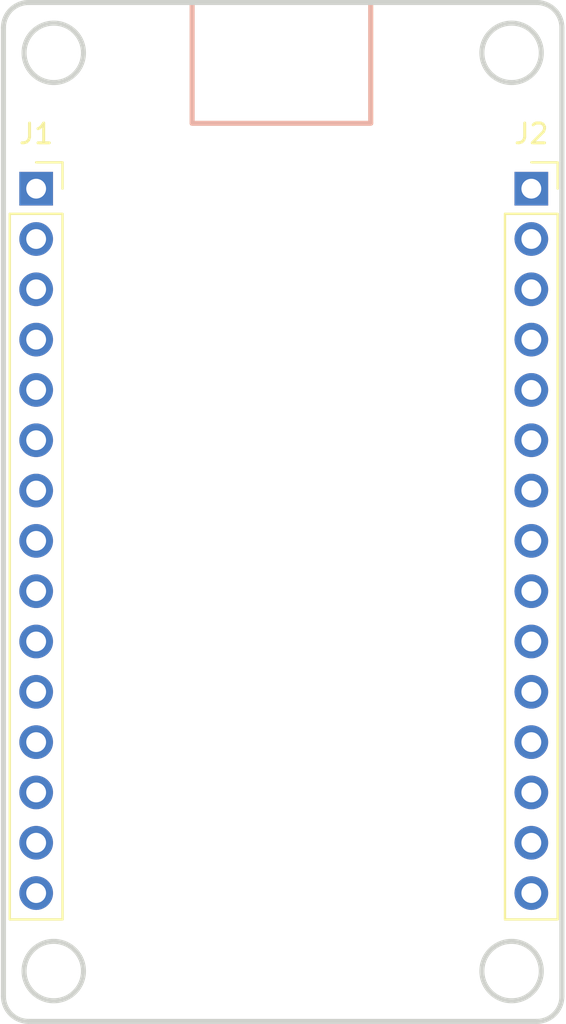
<source format=kicad_pcb>
(kicad_pcb (version 20241229) (generator "pcbnew") (generator_version "9.0")
  (layers (0 "F.Cu" signal) (2 "B.Cu" signal) (13 "F.Paste" user) (15 "B.Paste" user) (5 "F.SilkS" user "F.Silkscreen") (7 "B.SilkS" user "B.Silkscreen") (1 "F.Mask" user) (3 "B.Mask" user) (25 "Edge.Cuts" user))
  (net 0 "")
  (net 1 "Rx0")
  (net 2 "GND")
  (net 3 "D23")
  (net 4 "D18")
  (net 5 "D2")
  (net 6 "Tx0")
  (net 7 "D5")
  (net 8 "D21")
  (net 9 "D19")
  (net 10 "D4")
  (net 11 "D22")
  (net 12 "D16")
  (net 13 "D15")
  (net 14 "VCC")
  (net 15 "D17")
  (net 16 "D35")
  (net 17 "D12")
  (net 18 "D27")
  (net 19 "VP")
  (net 20 "VIN")
  (net 21 "D14")
  (net 22 "D13")
  (net 23 "EN")
  (net 24 "D33")
  (net 25 "D25")
  (net 26 "D26")
  (net 27 "D34")
  (net 28 "VN")
  (net 29 "D32")
  (footprint "Connector_PinSocket_2.54mm:PinSocket_1x15_P2.54mm_Vertical" (layer "F.Cu") (at 77.451 123.063)
    (property "Reference" "J2" (at 0 -2.77 0) (layer "F.SilkS"))
    (property "Value" "Conn_01x15" (hide yes))
    (fp_line (start -1.33 1.27) (end -1.33 36.89) (stroke (width 0.12)) (layer "F.SilkS"))
    (fp_line (start -1.33 1.27) (end 1.33 1.27) (stroke (width 0.12)) (layer "F.SilkS"))
    (fp_line (start -1.33 36.89) (end 1.33 36.89) (stroke (width 0.12)) (layer "F.SilkS"))
    (fp_line (start 0 -1.33) (end 1.33 -1.33) (stroke (width 0.12)) (layer "F.SilkS"))
    (fp_line (start 1.33 -1.33) (end 1.33 0) (stroke (width 0.12)) (layer "F.SilkS"))
    (fp_line (start 1.33 1.27) (end 1.33 36.89) (stroke (width 0.12)) (layer "F.SilkS"))
    (pad "1" thru_hole rect (at 0 0) (size 1.7 1.7) (drill 1) (layers "*.Cu" "*.Mask") (net 20 "VIN"))
    (pad "2" thru_hole circle (at 0 2.54) (size 1.7 1.7) (drill 1) (layers "*.Cu" "*.Mask") (net 2 "GND"))
    (pad "3" thru_hole circle (at 0 5.08) (size 1.7 1.7) (drill 1) (layers "*.Cu" "*.Mask") (net 22 "D13"))
    (pad "4" thru_hole circle (at 0 7.62) (size 1.7 1.7) (drill 1) (layers "*.Cu" "*.Mask") (net 17 "D12"))
    (pad "5" thru_hole circle (at 0 10.16) (size 1.7 1.7) (drill 1) (layers "*.Cu" "*.Mask") (net 21 "D14"))
    (pad "6" thru_hole circle (at 0 12.7) (size 1.7 1.7) (drill 1) (layers "*.Cu" "*.Mask") (net 18 "D27"))
    (pad "7" thru_hole circle (at 0 15.24) (size 1.7 1.7) (drill 1) (layers "*.Cu" "*.Mask") (net 26 "D26"))
    (pad "8" thru_hole circle (at 0 17.78) (size 1.7 1.7) (drill 1) (layers "*.Cu" "*.Mask") (net 25 "D25"))
    (pad "9" thru_hole circle (at 0 20.32) (size 1.7 1.7) (drill 1) (layers "*.Cu" "*.Mask") (net 24 "D33"))
    (pad "10" thru_hole circle (at 0 22.86) (size 1.7 1.7) (drill 1) (layers "*.Cu" "*.Mask") (net 29 "D32"))
    (pad "11" thru_hole circle (at 0 25.4) (size 1.7 1.7) (drill 1) (layers "*.Cu" "*.Mask") (net 16 "D35"))
    (pad "12" thru_hole circle (at 0 27.94) (size 1.7 1.7) (drill 1) (layers "*.Cu" "*.Mask") (net 27 "D34"))
    (pad "13" thru_hole circle (at 0 30.48) (size 1.7 1.7) (drill 1) (layers "*.Cu" "*.Mask") (net 28 "VN"))
    (pad "14" thru_hole circle (at 0 33.02) (size 1.7 1.7) (drill 1) (layers "*.Cu" "*.Mask") (net 19 "VP"))
    (pad "15" thru_hole circle (at 0 35.56) (size 1.7 1.7) (drill 1) (layers "*.Cu" "*.Mask") (net 23 "EN"))
  )
  (footprint "Connector_PinSocket_2.54mm:PinSocket_1x15_P2.54mm_Vertical" (layer "F.Cu") (at 52.451 123.063)
    (property "Reference" "J1" (at 0 -2.77 0) (layer "F.SilkS"))
    (property "Value" "Conn_01x15" (hide yes))
    (fp_line (start -1.33 1.27) (end -1.33 36.89) (stroke (width 0.12)) (layer "F.SilkS"))
    (fp_line (start -1.33 1.27) (end 1.33 1.27) (stroke (width 0.12)) (layer "F.SilkS"))
    (fp_line (start -1.33 36.89) (end 1.33 36.89) (stroke (width 0.12)) (layer "F.SilkS"))
    (fp_line (start 0 -1.33) (end 1.33 -1.33) (stroke (width 0.12)) (layer "F.SilkS"))
    (fp_line (start 1.33 -1.33) (end 1.33 0) (stroke (width 0.12)) (layer "F.SilkS"))
    (fp_line (start 1.33 1.27) (end 1.33 36.89) (stroke (width 0.12)) (layer "F.SilkS"))
    (pad "1" thru_hole rect (at 0 0) (size 1.7 1.7) (drill 1) (layers "*.Cu" "*.Mask") (net 14 "VCC"))
    (pad "2" thru_hole circle (at 0 2.54) (size 1.7 1.7) (drill 1) (layers "*.Cu" "*.Mask") (net 2 "GND"))
    (pad "3" thru_hole circle (at 0 5.08) (size 1.7 1.7) (drill 1) (layers "*.Cu" "*.Mask") (net 13 "D15"))
    (pad "4" thru_hole circle (at 0 7.62) (size 1.7 1.7) (drill 1) (layers "*.Cu" "*.Mask") (net 5 "D2"))
    (pad "5" thru_hole circle (at 0 10.16) (size 1.7 1.7) (drill 1) (layers "*.Cu" "*.Mask") (net 10 "D4"))
    (pad "6" thru_hole circle (at 0 12.7) (size 1.7 1.7) (drill 1) (layers "*.Cu" "*.Mask") (net 12 "D16"))
    (pad "7" thru_hole circle (at 0 15.24) (size 1.7 1.7) (drill 1) (layers "*.Cu" "*.Mask") (net 15 "D17"))
    (pad "8" thru_hole circle (at 0 17.78) (size 1.7 1.7) (drill 1) (layers "*.Cu" "*.Mask") (net 7 "D5"))
    (pad "9" thru_hole circle (at 0 20.32) (size 1.7 1.7) (drill 1) (layers "*.Cu" "*.Mask") (net 4 "D18"))
    (pad "10" thru_hole circle (at 0 22.86) (size 1.7 1.7) (drill 1) (layers "*.Cu" "*.Mask") (net 9 "D19"))
    (pad "11" thru_hole circle (at 0 25.4) (size 1.7 1.7) (drill 1) (layers "*.Cu" "*.Mask") (net 8 "D21"))
    (pad "12" thru_hole circle (at 0 27.94) (size 1.7 1.7) (drill 1) (layers "*.Cu" "*.Mask") (net 1 "Rx0"))
    (pad "13" thru_hole circle (at 0 30.48) (size 1.7 1.7) (drill 1) (layers "*.Cu" "*.Mask") (net 6 "Tx0"))
    (pad "14" thru_hole circle (at 0 33.02) (size 1.7 1.7) (drill 1) (layers "*.Cu" "*.Mask") (net 11 "D22"))
    (pad "15" thru_hole circle (at 0 35.56) (size 1.7 1.7) (drill 1) (layers "*.Cu" "*.Mask") (net 3 "D23"))
  )
  (gr_line (start 60.325 119.761) (end 60.325 113.665) (stroke (width 0.254)) (layer "F.SilkS"))
  (gr_line (start 69.342 119.761) (end 60.325 119.761) (stroke (width 0.254)) (layer "F.SilkS"))
  (gr_line (start 69.342 119.761) (end 69.342 113.665) (stroke (width 0.254)) (layer "F.SilkS"))
  (gr_line (start 69.342 119.761) (end 60.325 119.761) (stroke (width 0.254)) (layer "B.SilkS"))
  (gr_line (start 69.342 119.761) (end 69.342 113.665) (stroke (width 0.254)) (layer "B.SilkS"))
  (gr_line (start 60.325 119.761) (end 60.325 113.665) (stroke (width 0.254)) (layer "B.SilkS"))
  (gr_circle (center 53.34 116.205) (end 54.84 116.205) (stroke (width 0.254)) (fill no) (layer "Edge.Cuts"))
  (gr_arc (start 52.07 165.1) (mid 51.171974 164.728026) (end 50.8 163.83) (stroke (width 0.254)) (layer "Edge.Cuts"))
  (gr_line (start 50.8 163.83) (end 50.8 114.935) (stroke (width 0.254)) (layer "Edge.Cuts"))
  (gr_circle (center 53.34 162.56) (end 54.84 162.56) (stroke (width 0.254)) (fill no) (layer "Edge.Cuts"))
  (gr_line (start 52.07 165.1) (end 77.724 165.1) (stroke (width 0.254)) (layer "Edge.Cuts"))
  (gr_circle (center 76.454 116.205) (end 77.954 116.205) (stroke (width 0.254)) (fill no) (layer "Edge.Cuts"))
  (gr_arc (start 77.724 113.665) (mid 78.622026 114.036974) (end 78.994 114.935) (stroke (width 0.254)) (layer "Edge.Cuts"))
  (gr_arc (start 50.8 114.935) (mid 51.171974 114.036974) (end 52.07 113.665) (stroke (width 0.254)) (layer "Edge.Cuts"))
  (gr_line (start 78.994 163.83) (end 78.994 114.935) (stroke (width 0.254)) (layer "Edge.Cuts"))
  (gr_arc (start 78.994 163.83) (mid 78.622026 164.728026) (end 77.724 165.1) (stroke (width 0.254)) (layer "Edge.Cuts"))
  (gr_circle (center 76.454 162.56) (end 77.954 162.56) (stroke (width 0.254)) (fill no) (layer "Edge.Cuts"))
  (gr_line (start 52.07 113.665) (end 77.724 113.665) (stroke (width 0.254)) (layer "Edge.Cuts"))
)
</source>
